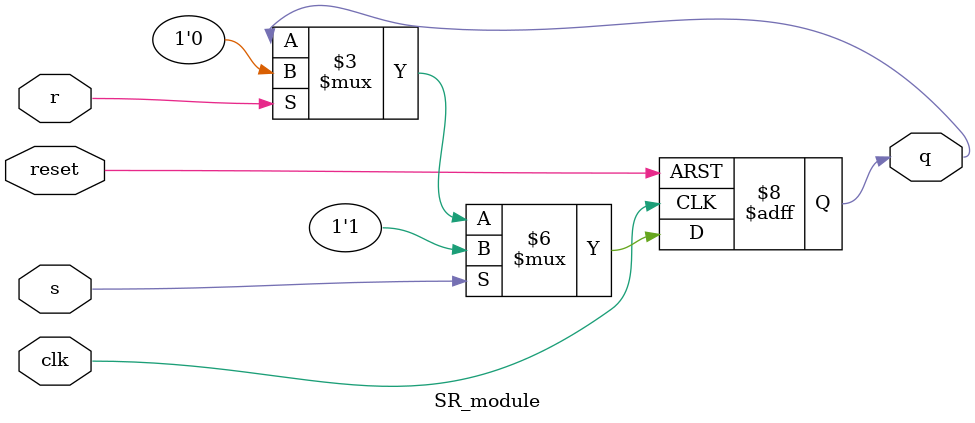
<source format=v>
`timescale 1ns / 1ps

module SR_module(clk, reset, s, r, q);

	input  clk, reset, s, r;
	output reg q;
	
	always @(posedge clk, posedge reset)
		if (reset) q <= 1'b0; else
		if (s)	  q <= 1'b1; else
		if (r)	  q <= 1'b0; else
					  q <= q;

endmodule

</source>
